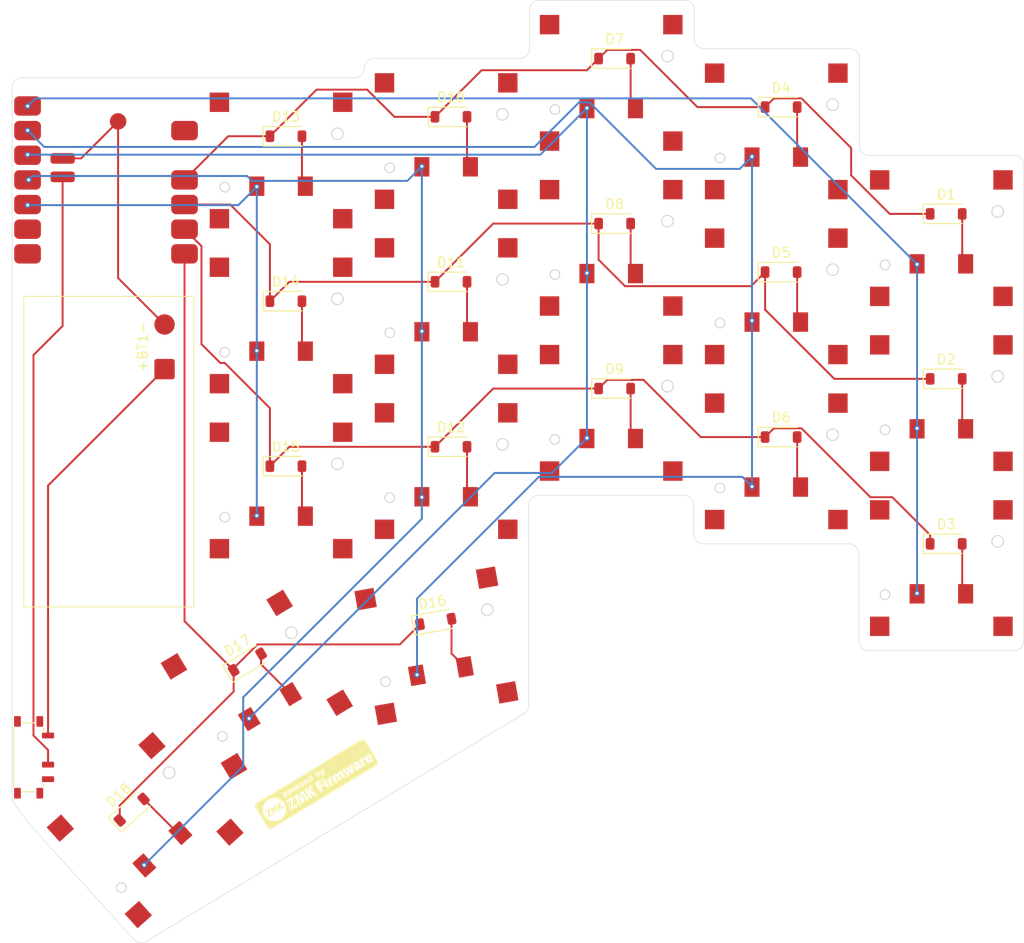
<source format=kicad_pcb>
(kicad_pcb (version 20240108) (generator "pcbnew") (generator_version "8.0")
  (layers (0 "F.Cu" signal) (31 "B.Cu" signal) (34 "B.Paste" user) (35 "F.Paste" user) (36 "B.SilkS" user "B.Silkscreen") (37 "F.SilkS" user "F.Silkscreen") (38 "B.Mask" user) (39 "F.Mask" user) (44 "Edge.Cuts" user))
  (net 0 "")
  (net 4 "Net-(BT1--)")
  (net 5 "Net-(BT1-+)")
  (net 6 "Net-(U2-BAT)")
  (net 7 "Net-(D1-A)")
  (net 8 "Net-(U2-P0.02_A0_D0)")
  (net 9 "Net-(D6-A)")
  (net 10 "Net-(D11-A)")
  (net 11 "Net-(U2-P0.03_A1_D1)")
  (net 12 "Net-(D2-A)")
  (net 13 "Net-(D7-A)")
  (net 14 "Net-(D12-A)")
  (net 15 "Net-(U2-P0.28_A2_D2)")
  (net 16 "Net-(D3-A)")
  (net 17 "Net-(D8-A)")
  (net 18 "Net-(D13-A)")
  (net 19 "Net-(U2-P0.29_A3_D3)")
  (net 20 "Net-(D4-A)")
  (net 21 "Net-(D9-A)")
  (net 22 "Net-(D14-A)")
  (net 23 "Net-(D5-A)")
  (net 24 "Net-(U2-P0.04_A4_D4_SDA)")
  (net 25 "Net-(D10-A)")
  (net 26 "Net-(D15-A)")
  (net 27 "Net-(D16-A)")
  (net 28 "Net-(D17-A)")
  (net 29 "Net-(D18-A)")
  (net 30 "Net-(D11-K)")
  (net 31 "Net-(D1-K)")
  (net 32 "Net-(D12-K)")
  (net 33 "Net-(D16-K)")
  (footprint "Diode_SMD:D_SOD-123" (layer "F.Cu") (at -67.5 6.5)
    (property "Reference" "D14" (at 0 -2 0) (layer "F.SilkS"))
    (property "Value" "1N4148W")
    (pad "1" smd roundrect (at -1.65 0) (size 0.9 1.2) (layers "F.Cu" "F.Paste" "F.Mask") (net 30 "Net-(D11-K)"))
    (pad "2" smd roundrect (at 1.65 0) (size 0.9 1.2) (layers "F.Cu" "F.Paste" "F.Mask") (net 22 "Net-(D14-A)"))
  )
  (footprint "Diode_SMD:D_SOD-123" (layer "F.Cu") (at -50.5 21.5)
    (property "Reference" "D12" (at 0 -2 0) (layer "F.SilkS"))
    (property "Value" "1N4148W")
    (pad "1" smd roundrect (at -1.65 0) (size 0.9 1.2) (layers "F.Cu" "F.Paste" "F.Mask") (net 32 "Net-(D12-K)"))
    (pad "2" smd roundrect (at 1.65 0) (size 0.9 1.2) (layers "F.Cu" "F.Paste" "F.Mask") (net 14 "Net-(D12-A)"))
  )
  (footprint "Diode_SMD:D_SOD-123" (layer "F.Cu") (at -67.5 -10.5)
    (property "Reference" "D13" (at 0 -2 0) (layer "F.SilkS"))
    (property "Value" "1N4148W")
    (pad "1" smd roundrect (at -1.65 0) (size 0.9 1.2) (layers "F.Cu" "F.Paste" "F.Mask") (net 31 "Net-(D1-K)"))
    (pad "2" smd roundrect (at 1.65 0) (size 0.9 1.2) (layers "F.Cu" "F.Paste" "F.Mask") (net 18 "Net-(D13-A)"))
  )
  (footprint "Diode_SMD:D_SOD-123" (layer "F.Cu") (at -16.5 -13.5)
    (property "Reference" "D4" (at 0 -2 0) (layer "F.SilkS"))
    (property "Value" "1N4148W")
    (pad "1" smd roundrect (at -1.65 0) (size 0.9 1.2) (layers "F.Cu" "F.Paste" "F.Mask") (net 31 "Net-(D1-K)"))
    (pad "2" smd roundrect (at 1.65 0) (size 0.9 1.2) (layers "F.Cu" "F.Paste" "F.Mask") (net 20 "Net-(D4-A)"))
  )
  (footprint "Diode_SMD:D_SOD-123" (layer "F.Cu") (at -71.470021 43.680974 31)
    (property "Reference" "D17" (at -0.000001 -2.000001 31) (layer "F.SilkS"))
    (property "Value" "1N4148W")
    (pad "1" smd roundrect (at -1.65 0 31) (size 0.9 1.2) (layers "F.Cu" "F.Paste" "F.Mask") (net 33 "Net-(D16-K)"))
    (pad "2" smd roundrect (at 1.65 0 31) (size 0.9 1.2) (layers "F.Cu" "F.Paste" "F.Mask") (net 28 "Net-(D17-A)"))
  )
  (footprint "mikefive:CPG1316S01D02_mikeholscher" (layer "F.Cu") (at -70.5 46 31)
    (property "Reference" "S17" (hide yes))
    (property "Value" "Keyswitch" (hide yes))
    (fp_circle (center -5.8 2.75) (end -5.3 2.75) (stroke (width 0.1)) (fill none) (layer "Edge.Cuts"))
    (fp_circle (center 5.8 -2.75) (end 6.4 -2.75) (stroke (width 0.1)) (fill none) (layer "Edge.Cuts"))
    (pad "1" smd rect (at -2.5 2.650001 31) (size 1.55 2) (layers "F.Cu" "F.Paste" "F.Mask") (net 15 "Net-(U2-P0.28_A2_D2)"))
    (pad "2" smd rect (at 2.5 2.65 31) (size 1.55 2) (layers "F.Cu" "F.Paste" "F.Mask") (net 28 "Net-(D17-A)"))
    (pad "3" smd rect (at -6.35 -6 31) (size 2 2) (layers "F.Cu" "F.Paste" "F.Mask"))
    (pad "3" smd rect (at -6.35 6 31) (size 2 2) (layers "F.Cu" "F.Paste" "F.Mask"))
    (pad "3" smd rect (at 6.35 -6 31) (size 2 2) (layers "F.Cu" "F.Paste" "F.Mask"))
    (pad "3" smd rect (at 6.35 6 31) (size 2 2) (layers "F.Cu" "F.Paste" "F.Mask"))
  )
  (footprint "ScottoKeebs_Scotto:Standoff_M2x6mm" (layer "F.Cu") (at -79.5 35.5)
    (property "Reference" "H1" (hide yes))
    (property "Value" "Mounting_Hole" (hide yes))
    (pad "" np_thru_hole circle (at 0 0) (size 2.2 2.2) (drill 2.2) (layers "*.Cu" "*.Mask"))
  )
  (footprint "Diode_SMD:D_SOD-123" (layer "F.Cu") (at -50.5 4.5)
    (property "Reference" "D11" (at 0 -2 0) (layer "F.SilkS"))
    (property "Value" "1N4148W")
    (pad "1" smd roundrect (at -1.65 0) (size 0.9 1.2) (layers "F.Cu" "F.Paste" "F.Mask") (net 30 "Net-(D11-K)"))
    (pad "2" smd roundrect (at 1.65 0) (size 0.9 1.2) (layers "F.Cu" "F.Paste" "F.Mask") (net 10 "Net-(D11-A)"))
  )
  (footprint "Diode_SMD:D_SOD-123" (layer "F.Cu") (at -16.5 3.5)
    (property "Reference" "D5" (at 0 -2 0) (layer "F.SilkS"))
    (property "Value" "1N4148W")
    (pad "1" smd roundrect (at -1.65 0) (size 0.9 1.2) (layers "F.Cu" "F.Paste" "F.Mask") (net 30 "Net-(D11-K)"))
    (pad "2" smd roundrect (at 1.65 0) (size 0.9 1.2) (layers "F.Cu" "F.Paste" "F.Mask") (net 23 "Net-(D5-A)"))
  )
  (footprint "mikefive:CPG1316S01D02_mikeholscher" (layer "F.Cu") (at -34 1)
    (property "Reference" "S8" (hide yes))
    (property "Value" "Keyswitch" (hide yes))
    (fp_circle (center -5.8 2.75) (end -5.3 2.75) (stroke (width 0.1)) (fill none) (layer "Edge.Cuts"))
    (fp_circle (center 5.8 -2.75) (end 6.4 -2.75) (stroke (width 0.1)) (fill none) (layer "Edge.Cuts"))
    (pad "1" smd rect (at -2.5 2.65) (size 1.55 2) (layers "F.Cu" "F.Paste" "F.Mask") (net 15 "Net-(U2-P0.28_A2_D2)"))
    (pad "2" smd rect (at 2.5 2.65) (size 1.55 2) (layers "F.Cu" "F.Paste" "F.Mask") (net 17 "Net-(D8-A)"))
    (pad "3" smd rect (at -6.35 -6) (size 2 2) (layers "F.Cu" "F.Paste" "F.Mask"))
    (pad "3" smd rect (at -6.35 6) (size 2 2) (layers "F.Cu" "F.Paste" "F.Mask"))
    (pad "3" smd rect (at 6.35 -6) (size 2 2) (layers "F.Cu" "F.Paste" "F.Mask"))
    (pad "3" smd rect (at 6.35 6) (size 2 2) (layers "F.Cu" "F.Paste" "F.Mask"))
  )
  (footprint "mikefive:CPG1316S01D02_mikeholscher" (layer "F.Cu") (at -17 -11)
    (property "Reference" "S4" (hide yes))
    (property "Value" "Keyswitch" (hide yes))
    (fp_circle (center -5.8 2.75) (end -5.3 2.75) (stroke (width 0.1)) (fill none) (layer "Edge.Cuts"))
    (fp_circle (center 5.8 -2.75) (end 6.4 -2.75) (stroke (width 0.1)) (fill none) (layer "Edge.Cuts"))
    (pad "1" smd rect (at -2.5 2.65) (size 1.55 2) (layers "F.Cu" "F.Paste" "F.Mask") (net 11 "Net-(U2-P0.03_A1_D1)"))
    (pad "2" smd rect (at 2.5 2.65) (size 1.55 2) (layers "F.Cu" "F.Paste" "F.Mask") (net 20 "Net-(D4-A)"))
    (pad "3" smd rect (at -6.35 -6) (size 2 2) (layers "F.Cu" "F.Paste" "F.Mask"))
    (pad "3" smd rect (at -6.35 6) (size 2 2) (layers "F.Cu" "F.Paste" "F.Mask"))
    (pad "3" smd rect (at 6.35 -6) (size 2 2) (layers "F.Cu" "F.Paste" "F.Mask"))
    (pad "3" smd rect (at 6.35 6) (size 2 2) (layers "F.Cu" "F.Paste" "F.Mask"))
  )
  (footprint "mikefive:CPG1316S01D02_mikeholscher" (layer "F.Cu") (at -68 9)
    (property "Reference" "S14" (hide yes))
    (property "Value" "Keyswitch" (hide yes))
    (fp_circle (center -5.8 2.75) (end -5.3 2.75) (stroke (width 0.1)) (fill none) (layer "Edge.Cuts"))
    (fp_circle (center 5.8 -2.75) (end 6.4 -2.75) (stroke (width 0.1)) (fill none) (layer "Edge.Cuts"))
    (pad "1" smd rect (at -2.5 2.65) (size 1.55 2) (layers "F.Cu" "F.Paste" "F.Mask") (net 24 "Net-(U2-P0.04_A4_D4_SDA)"))
    (pad "2" smd rect (at 2.5 2.65) (size 1.55 2) (layers "F.Cu" "F.Paste" "F.Mask") (net 22 "Net-(D14-A)"))
    (pad "3" smd rect (at -6.35 -6) (size 2 2) (layers "F.Cu" "F.Paste" "F.Mask"))
    (pad "3" smd rect (at -6.35 6) (size 2 2) (layers "F.Cu" "F.Paste" "F.Mask"))
    (pad "3" smd rect (at 6.35 -6) (size 2 2) (layers "F.Cu" "F.Paste" "F.Mask"))
    (pad "3" smd rect (at 6.35 6) (size 2 2) (layers "F.Cu" "F.Paste" "F.Mask"))
  )
  (footprint "ScottoKeebs_Scotto:Standoff_M2x6mm" (layer "F.Cu") (at -92 8.5)
    (property "Reference" "H2" (hide yes))
    (property "Value" "Mounting_Hole" (hide yes))
    (pad "" np_thru_hole circle (at 0 0) (size 2.2 2.2) (drill 2.2) (layers "*.Cu" "*.Mask"))
  )
  (footprint "mikefive:CPG1316S01D02_mikeholscher" (layer "F.Cu") (at -68 26)
    (property "Reference" "S15" (hide yes))
    (property "Value" "Keyswitch" (hide yes))
    (fp_circle (center -5.8 2.75) (end -5.3 2.75) (stroke (width 0.1)) (fill none) (layer "Edge.Cuts"))
    (fp_circle (center 5.8 -2.75) (end 6.4 -2.75) (stroke (width 0.1)) (fill none) (layer "Edge.Cuts"))
    (pad "1" smd rect (at -2.5 2.65) (size 1.55 2) (layers "F.Cu" "F.Paste" "F.Mask") (net 24 "Net-(U2-P0.04_A4_D4_SDA)"))
    (pad "2" smd rect (at 2.5 2.65) (size 1.55 2) (layers "F.Cu" "F.Paste" "F.Mask") (net 26 "Net-(D15-A)"))
    (pad "3" smd rect (at -6.35 -6) (size 2 2) (layers "F.Cu" "F.Paste" "F.Mask"))
    (pad "3" smd rect (at -6.35 6) (size 2 2) (layers "F.Cu" "F.Paste" "F.Mask"))
    (pad "3" smd rect (at 6.35 -6) (size 2 2) (layers "F.Cu" "F.Paste" "F.Mask"))
    (pad "3" smd rect (at 6.35 6) (size 2 2) (layers "F.Cu" "F.Paste" "F.Mask"))
  )
  (footprint "mikefive:CPG1316S01D02_mikeholscher" (layer "F.Cu") (at 0 34)
    (property "Reference" "S3" (hide yes))
    (property "Value" "Keyswitch" (hide yes))
    (fp_circle (center -5.8 2.75) (end -5.3 2.75) (stroke (width 0.1)) (fill none) (layer "Edge.Cuts"))
    (fp_circle (center 5.8 -2.75) (end 6.4 -2.75) (stroke (width 0.1)) (fill none) (layer "Edge.Cuts"))
    (pad "1" smd rect (at -2.5 2.65) (size 1.55 2) (layers "F.Cu" "F.Paste" "F.Mask") (net 8 "Net-(U2-P0.02_A0_D0)"))
    (pad "2" smd rect (at 2.5 2.65) (size 1.55 2) (layers "F.Cu" "F.Paste" "F.Mask") (net 16 "Net-(D3-A)"))
    (pad "3" smd rect (at -6.35 -6) (size 2 2) (layers "F.Cu" "F.Paste" "F.Mask"))
    (pad "3" smd rect (at -6.35 6) (size 2 2) (layers "F.Cu" "F.Paste" "F.Mask"))
    (pad "3" smd rect (at 6.35 -6) (size 2 2) (layers "F.Cu" "F.Paste" "F.Mask"))
    (pad "3" smd rect (at 6.35 6) (size 2 2) (layers "F.Cu" "F.Paste" "F.Mask"))
  )
  (footprint "mikefive:CPG1316S01D02_mikeholscher" (layer "F.Cu") (at -34 18)
    (property "Reference" "S9" (hide yes))
    (property "Value" "Keyswitch" (hide yes))
    (fp_circle (center -5.8 2.75) (end -5.3 2.75) (stroke (width 0.1)) (fill none) (layer "Edge.Cuts"))
    (fp_circle (center 5.8 -2.75) (end 6.4 -2.75) (stroke (width 0.1)) (fill none) (layer "Edge.Cuts"))
    (pad "1" smd rect (at -2.5 2.65) (size 1.55 2) (layers "F.Cu" "F.Paste" "F.Mask") (net 15 "Net-(U2-P0.28_A2_D2)"))
    (pad "2" smd rect (at 2.5 2.65) (size 1.55 2) (layers "F.Cu" "F.Paste" "F.Mask") (net 21 "Net-(D9-A)"))
    (pad "3" smd rect (at -6.35 -6) (size 2 2) (layers "F.Cu" "F.Paste" "F.Mask"))
    (pad "3" smd rect (at -6.35 6) (size 2 2) (layers "F.Cu" "F.Paste" "F.Mask"))
    (pad "3" smd rect (at 6.35 -6) (size 2 2) (layers "F.Cu" "F.Paste" "F.Mask"))
    (pad "3" smd rect (at 6.35 6) (size 2 2) (layers "F.Cu" "F.Paste" "F.Mask"))
  )
  (footprint "mikefive:CPG1316S01D02_mikeholscher" (layer "F.Cu") (at -82 61 42)
    (property "Reference" "S18" (hide yes))
    (property "Value" "Keyswitch" (hide yes))
    (fp_circle (center -5.8 2.75) (end -5.299999 2.75) (stroke (width 0.1)) (fill none) (layer "Edge.Cuts"))
    (fp_circle (center 5.8 -2.75) (end 6.4 -2.75) (stroke (width 0.1)) (fill none) (layer "Edge.Cuts"))
    (pad "1" smd rect (at -2.5 2.65 42) (size 1.55 2) (layers "F.Cu" "F.Paste" "F.Mask") (net 19 "Net-(U2-P0.29_A3_D3)"))
    (pad "2" smd rect (at 2.5 2.65 42) (size 1.55 2) (layers "F.Cu" "F.Paste" "F.Mask") (net 29 "Net-(D18-A)"))
    (pad "3" smd rect (at -6.35 -6 42) (size 2 2) (layers "F.Cu" "F.Paste" "F.Mask"))
    (pad "3" smd rect (at -6.35 6 42) (size 2 2) (layers "F.Cu" "F.Paste" "F.Mask"))
    (pad "3" smd rect (at 6.35 -6 42) (size 2 2) (layers "F.Cu" "F.Paste" "F.Mask"))
    (pad "3" smd rect (at 6.35 6 42) (size 2 2) (layers "F.Cu" "F.Paste" "F.Mask"))
  )
  (footprint "mikefive:CPG1316S01D02_mikeholscher" (layer "F.Cu") (at -51 24)
    (property "Reference" "S12" (hide yes))
    (property "Value" "Keyswitch" (hide yes))
    (fp_circle (center -5.8 2.75) (end -5.3 2.75) (stroke (width 0.1)) (fill none) (layer "Edge.Cuts"))
    (fp_circle (center 5.8 -2.75) (end 6.4 -2.75) (stroke (width 0.1)) (fill none) (layer "Edge.Cuts"))
    (pad "1" smd rect (at -2.5 2.65) (size 1.55 2) (layers "F.Cu" "F.Paste" "F.Mask") (net 19 "Net-(U2-P0.29_A3_D3)"))
    (pad "2" smd rect (at 2.5 2.65) (size 1.55 2) (layers "F.Cu" "F.Paste" "F.Mask") (net 14 "Net-(D12-A)"))
    (pad "3" smd rect (at -6.35 -6) (size 2 2) (layers "F.Cu" "F.Paste" "F.Mask"))
    (pad "3" smd rect (at -6.35 6) (size 2 2) (layers "F.Cu" "F.Paste" "F.Mask"))
    (pad "3" smd rect (at 6.35 -6) (size 2 2) (layers "F.Cu" "F.Paste" "F.Mask"))
    (pad "3" smd rect (at 6.35 6) (size 2 2) (layers "F.Cu" "F.Paste" "F.Mask"))
  )
  (footprint "Diode_SMD:D_SOD-123" (layer "F.Cu") (at -16.5 20.5)
    (property "Reference" "D6" (at 0 -2 0) (layer "F.SilkS"))
    (property "Value" "1N4148W")
    (pad "1" smd roundrect (at -1.65 0) (size 0.9 1.2) (layers "F.Cu" "F.Paste" "F.Mask") (net 32 "Net-(D12-K)"))
    (pad "2" smd roundrect (at 1.65 0) (size 0.9 1.2) (layers "F.Cu" "F.Paste" "F.Mask") (net 9 "Net-(D6-A)"))
  )
  (footprint "Diode_SMD:D_SOD-123" (layer "F.Cu") (at -33.65 -18.5)
    (property "Reference" "D7" (at 0 -2 0) (layer "F.SilkS"))
    (property "Value" "1N4148W")
    (pad "1" smd roundrect (at -1.65 0) (size 0.9 1.2) (layers "F.Cu" "F.Paste" "F.Mask") (net 31 "Net-(D1-K)"))
    (pad "2" smd roundrect (at 1.65 0) (size 0.9 1.2) (layers "F.Cu" "F.Paste" "F.Mask") (net 13 "Net-(D7-A)"))
  )
  (footprint "mikefive:CPG1316S01D02_mikeholscher" (layer "F.Cu") (at -68 -8)
    (property "Reference" "S13" (hide yes))
    (property "Value" "Keyswitch" (hide yes))
    (fp_circle (center -5.8 2.75) (end -5.3 2.75) (stroke (width 0.1)) (fill none) (layer "Edge.Cuts"))
    (fp_circle (center 5.8 -2.75) (end 6.4 -2.75) (stroke (width 0.1)) (fill none) (layer "Edge.Cuts"))
    (pad "1" smd rect (at -2.5 2.65) (size 1.55 2) (layers "F.Cu" "F.Paste" "F.Mask") (net 24 "Net-(U2-P0.04_A4_D4_SDA)"))
    (pad "2" smd rect (at 2.5 2.65) (size 1.55 2) (layers "F.Cu" "F.Paste" "F.Mask") (net 18 "Net-(D13-A)"))
    (pad "3" smd rect (at -6.35 -6) (size 2 2) (layers "F.Cu" "F.Paste" "F.Mask"))
    (pad "3" smd rect (at -6.35 6) (size 2 2) (layers "F.Cu" "F.Paste" "F.Mask"))
    (pad "3" smd rect (at 6.35 -6) (size 2 2) (layers "F.Cu" "F.Paste" "F.Mask"))
    (pad "3" smd rect (at 6.35 6) (size 2 2) (layers "F.Cu" "F.Paste" "F.Mask"))
  )
  (footprint "mikefive:CPG1316S01D02_mikeholscher" (layer "F.Cu") (at 0 0)
    (property "Reference" "S1" (hide yes))
    (property "Value" "Keyswitch" (hide yes))
    (fp_circle (center -5.8 2.75) (end -5.3 2.75) (stroke (width 0.1)) (fill none) (layer "Edge.Cuts"))
    (fp_circle (center 5.8 -2.75) (end 6.4 -2.75) (stroke (width 0.1)) (fill none) (layer "Edge.Cuts"))
    (pad "1" smd rect (at -2.5 2.65) (size 1.55 2) (layers "F.Cu" "F.Paste" "F.Mask") (net 8 "Net-(U2-P0.02_A0_D0)"))
    (pad "2" smd rect (at 2.5 2.65) (size 1.55 2) (layers "F.Cu" "F.Paste" "F.Mask") (net 7 "Net-(D1-A)"))
    (pad "3" smd rect (at -6.35 -6) (size 2 2) (layers "F.Cu" "F.Paste" "F.Mask"))
    (pad "3" smd rect (at -6.35 6) (size 2 2) (layers "F.Cu" "F.Paste" "F.Mask"))
    (pad "3" smd rect (at 6.35 -6) (size 2 2) (layers "F.Cu" "F.Paste" "F.Mask"))
    (pad "3" smd rect (at 6.35 6) (size 2 2) (layers "F.Cu" "F.Paste" "F.Mask"))
  )
  (footprint "Diode_SMD:D_SOD-123" (layer "F.Cu") (at -33.65 -1.5)
    (property "Reference" "D8" (at 0 -2 0) (layer "F.SilkS"))
    (property "Value" "1N4148W")
    (pad "1" smd roundrect (at -1.65 0) (size 0.9 1.2) (layers "F.Cu" "F.Paste" "F.Mask") (net 30 "Net-(D11-K)"))
    (pad "2" smd roundrect (at 1.65 0) (size 0.9 1.2) (layers "F.Cu" "F.Paste" "F.Mask") (net 17 "Net-(D8-A)"))
  )
  (footprint "Diode_SMD:D_SOD-123" (layer "F.Cu") (at -50.5 -12.5)
    (property "Reference" "D10" (at 0 -2 0) (layer "F.SilkS"))
    (property "Value" "1N4148W")
    (pad "1" smd roundrect (at -1.65 0) (size 0.9 1.2) (layers "F.Cu" "F.Paste" "F.Mask") (net 31 "Net-(D1-K)"))
    (pad "2" smd roundrect (at 1.65 0) (size 0.9 1.2) (layers "F.Cu" "F.Paste" "F.Mask") (net 25 "Net-(D10-A)"))
  )
  (footprint "mikefive:CPG1316S01D02_mikeholscher" (layer "F.Cu") (at -17 6)
    (property "Reference" "S5" (hide yes))
    (property "Value" "Keyswitch" (hide yes))
    (fp_circle (center -5.8 2.75) (end -5.3 2.75) (stroke (width 0.1)) (fill none) (layer "Edge.Cuts"))
    (fp_circle (center 5.8 -2.75) (end 6.4 -2.75) (stroke (width 0.1)) (fill none) (layer "Edge.Cuts"))
    (pad "1" smd rect (at -2.5 2.65) (size 1.55 2) (layers "F.Cu" "F.Paste" "F.Mask") (net 11 "Net-(U2-P0.03_A1_D1)"))
    (pad "2" smd rect (at 2.5 2.65) (size 1.55 2) (layers "F.Cu" "F.Paste" "F.Mask") (net 23 "Net-(D5-A)"))
    (pad "3" smd rect (at -6.35 -6) (size 2 2) (layers "F.Cu" "F.Paste" "F.Mask"))
    (pad "3" smd rect (at -6.35 6) (size 2 2) (layers "F.Cu" "F.Paste" "F.Mask"))
    (pad "3" smd rect (at 6.35 -6) (size 2 2) (layers "F.Cu" "F.Paste" "F.Mask"))
    (pad "3" smd rect (at 6.35 6) (size 2 2) (layers "F.Cu" "F.Paste" "F.Mask"))
  )
  (footprint "mikefive:CPG1316S01D02_mikeholscher" (layer "F.Cu") (at -17 23)
    (property "Reference" "S6" (hide yes))
    (property "Value" "Keyswitch" (hide yes))
    (fp_circle (center -5.8 2.75) (end -5.3 2.75) (stroke (width 0.1)) (fill none) (layer "Edge.Cuts"))
    (fp_circle (center 5.8 -2.75) (end 6.4 -2.75) (stroke (width 0.1)) (fill none) (layer "Edge.Cuts"))
    (pad "1" smd rect (at -2.5 2.65) (size 1.55 2) (layers "F.Cu" "F.Paste" "F.Mask") (net 11 "Net-(U2-P0.03_A1_D1)"))
    (pad "2" smd rect (at 2.5 2.65) (size 1.55 2) (layers "F.Cu" "F.Paste" "F.Mask") (net 9 "Net-(D6-A)"))
    (pad "3" smd rect (at -6.35 -6) (size 2 2) (layers "F.Cu" "F.Paste" "F.Mask"))
    (pad "3" smd rect (at -6.35 6) (size 2 2) (layers "F.Cu" "F.Paste" "F.Mask"))
    (pad "3" smd rect (at 6.35 -6) (size 2 2) (layers "F.Cu" "F.Paste" "F.Mask"))
    (pad "3" smd rect (at 6.35 6) (size 2 2) (layers "F.Cu" "F.Paste" "F.Mask"))
  )
  (footprint "mikefive:CPG1316S01D02_mikeholscher" (layer "F.Cu") (at -51 -10)
    (property "Reference" "S10" (hide yes))
    (property "Value" "Keyswitch" (hide yes))
    (fp_circle (center -5.8 2.75) (end -5.3 2.75) (stroke (width 0.1)) (fill none) (layer "Edge.Cuts"))
    (fp_circle (center 5.8 -2.75) (end 6.4 -2.75) (stroke (width 0.1)) (fill none) (layer "Edge.Cuts"))
    (pad "1" smd rect (at -2.5 2.65) (size 1.55 2) (layers "F.Cu" "F.Paste" "F.Mask") (net 19 "Net-(U2-P0.29_A3_D3)"))
    (pad "2" smd rect (at 2.5 2.65) (size 1.55 2) (layers "F.Cu" "F.Paste" "F.Mask") (net 25 "Net-(D10-A)"))
    (pad "3" smd rect (at -6.35 -6) (size 2 2) (layers "F.Cu" "F.Paste" "F.Mask"))
    (pad "3" smd rect (at -6.35 6) (size 2 2) (layers "F.Cu" "F.Paste" "F.Mask"))
    (pad "3" smd rect (at 6.35 -6) (size 2 2) (layers "F.Cu" "F.Paste" "F.Mask"))
    (pad "3" smd rect (at 6.35 6) (size 2 2) (layers "F.Cu" "F.Paste" "F.Mask"))
  )
  (footprint "ScottoKeebs_Components:Switch_MSK12C02" (layer "F.Cu") (at -94 53.5 90)
    (property "Reference" "SW1" (hide yes))
    (property "Value" "Switch")
    (pad "" np_thru_hole circle (at -1.5 0 270) (size 0.85 0.85) (drill 0.85) (layers "F&B.Cu" "*.Mask"))
    (pad "" np_thru_hole circle (at 1.5 0 270) (size 0.85 0.85) (drill 0.85) (layers "F&B.Cu" "*.Mask"))
    (pad "1" smd roundrect (at 2.25 2 270) (size 0.6 1.25) (layers "F.Cu" "F.Paste" "F.Mask") (roundrect_rratio 0.15) (net 5 "Net-(BT1-+)"))
    (pad "2" smd roundrect (at -0.75 2 270) (size 0.6 1.25) (layers "F.Cu" "F.Paste" "F.Mask") (roundrect_rratio 0.15) (net 6 "Net-(U2-BAT)"))
    (pad "3" smd roundrect (at -2.25 2 270) (size 0.6 1.25) (layers "F.Cu" "F.Paste" "F.Mask") (roundrect_rratio 0.15))
    (pad "MP" smd roundrect (at -3.7 -1.15) (size 0.7 1.1) (layers "F.Cu" "F.Paste" "F.Mask") (roundrect_rratio 0.15))
    (pad "MP" smd roundrect (at -3.7 1.15) (size 0.7 1.1) (layers "F.Cu" "F.Paste" "F.Mask") (roundrect_rratio 0.15))
    (pad "MP" smd roundrect (at 3.7 -1.15) (size 0.7 1.1) (layers "F.Cu" "F.Paste" "F.Mask") (roundrect_rratio 0.15))
    (pad "MP" smd roundrect (at 3.7 1.15) (size 0.7 1.1) (layers "F.Cu" "F.Paste" "F.Mask") (roundrect_rratio 0.15))
  )
  (footprint "Diode_SMD:D_SOD-123" (layer "F.Cu") (at -83.389342 58.890243 42)
    (property "Reference" "D18" (at -0.000001 -2 42) (layer "F.SilkS"))
    (property "Value" "1N4148W")
    (pad "1" smd roundrect (at -1.65 0 42) (size 0.9 1.2) (layers "F.Cu" "F.Paste" "F.Mask") (net 33 "Net-(D16-K)"))
    (pad "2" smd roundrect (at 1.65 0 42) (size 0.9 1.2) (layers "F.Cu" "F.Paste" "F.Mask") (net 29 "Net-(D18-A)"))
  )
  (footprint "Diode_SMD:D_SOD-123" (layer "F.Cu") (at 0.5 31.5)
    (property "Reference" "D3" (at 0 -2 0) (layer "F.SilkS"))
    (property "Value" "1N4148W")
    (pad "1" smd roundrect (at -1.65 0) (size 0.9 1.2) (layers "F.Cu" "F.Paste" "F.Mask") (net 32 "Net-(D12-K)"))
    (pad "2" smd roundrect (at 1.65 0) (size 0.9 1.2) (layers "F.Cu" "F.Paste" "F.Mask") (net 16 "Net-(D3-A)"))
  )
  (footprint "Diode_SMD:D_SOD-123" (layer "F.Cu") (at -33.65 15.5)
    (property "Reference" "D9" (at 0 -2 0) (layer "F.SilkS"))
    (property "Value" "1N4148W")
    (pad "1" smd roundrect (at -1.65 0) (size 0.9 1.2) (layers "F.Cu" "F.Paste" "F.Mask") (net 32 "Net-(D12-K)"))
    (pad "2" smd roundrect (at 1.65 0) (size 0.9 1.2) (layers "F.Cu" "F.Paste" "F.Mask") (net 21 "Net-(D9-A)"))
  )
  (footprint "mikefive:CPG1316S01D02_mikeholscher" (layer "F.Cu") (at -34 -16)
    (property "Reference" "S7" (hide yes))
    (property "Value" "Keyswitch" (hide yes))
    (fp_circle (center -5.8 2.75) (end -5.3 2.75) (stroke (width 0.1)) (fill none) (layer "Edge.Cuts"))
    (fp_circle (center 5.8 -2.75) (end 6.4 -2.75) (stroke (width 0.1)) (fill none) (layer "Edge.Cuts"))
    (pad "1" smd rect (at -2.5 2.65) (size 1.55 2) (layers "F.Cu" "F.Paste" "F.Mask") (net 15 "Net-(U2-P0.28_A2_D2)"))
    (pad "2" smd rect (at 2.5 2.65) (size 1.55 2) (layers "F.Cu" "F.Paste" "F.Mask") (net 13 "Net-(D7-A)"))
    (pad "3" smd rect (at -6.35 -6) (size 2 2) (layers "F.Cu" "F.Paste" "F.Mask"))
    (pad "3" smd rect (at -6.35 6) (size 2 2) (layers "F.Cu" "F.Paste" "F.Mask"))
    (pad "3" smd rect (at 6.35 -6) (size 2 2) (layers "F.Cu" "F.Paste" "F.Mask"))
    (pad "3" smd rect (at 6.35 6) (size 2 2) (layers "F.Cu" "F.Paste" "F.Mask"))
  )
  (footprint "Diode_SMD:D_SOD-123" (layer "F.Cu") (at 0.5 -2.5)
    (property "Reference" "D1" (at 0 -2 0) (layer "F.SilkS"))
    (property "Value" "1N4148W")
    (pad "1" smd roundrect (at -1.65 0) (size 0.9 1.2) (layers "F.Cu" "F.Paste" "F.Mask") (net 31 "Net-(D1-K)"))
    (pad "2" smd roundrect (at 1.65 0) (size 0.9 1.2) (layers "F.Cu" "F.Paste" "F.Mask") (net 7 "Net-(D1-A)"))
  )
  (footprint "Diode_SMD:D_SOD-123" (layer "F.Cu") (at 0.5 14.5)
    (property "Reference" "D2" (at 0 -2 0) (layer "F.SilkS"))
    (property "Value" "1N4148W")
    (pad "1" smd roundrect (at -1.65 0) (size 0.9 1.2) (layers "F.Cu" "F.Paste" "F.Mask") (net 30 "Net-(D11-K)"))
    (pad "2" smd roundrect (at 1.65 0) (size 0.9 1.2) (layers "F.Cu" "F.Paste" "F.Mask") (net 12 "Net-(D2-A)"))
  )
  (footprint "Project:Powered_By_ZMK" (layer "F.Cu") (at -59.5 51.5 31.2)
    (property "Reference" "svg2mod" (hide yes))
    (property "Value" "G***" (hide yes))
  )
  (footprint "Diode_SMD:D_SOD-123" (layer "F.Cu") (at -52.071911 39.51011 10)
    (property "Reference" "D16" (at -0.000002 -2.000001 10) (layer "F.SilkS"))
    (property "Value" "1N4148W")
    (pad "1" smd roundrect (at -1.65 -0.000001 10) (size 0.9 1.2) (layers "F.Cu" "F.Paste" "F.Mask") (net 33 "Net-(D16-K)"))
    (pad "2" smd roundrect (at 1.65 0.000001 10) (size 0.9 1.2) (layers "F.Cu" "F.Paste" "F.Mask") (net 27 "Net-(D16-A)"))
  )
  (footprint "Seeed XIAO:XIAO-nRF52840-SMD" (layer "F.Cu") (at -86 -6)
    (property "Reference" "U2" (hide yes))
    (property "Value" "XIAO-nRF52840-SMD")
    (pad "1" smd roundrect (at -8.11 -7.62) (size 2.75 2) (layers "F.Cu" "F.Paste" "F.Mask") (net 8 "Net-(U2-P0.02_A0_D0)"))
    (pad "2" smd roundrect (at -8.11 -5.08) (size 2.75 2) (layers "F.Cu" "F.Paste" "F.Mask") (net 11 "Net-(U2-P0.03_A1_D1)"))
    (pad "3" smd roundrect (at -8.11 -2.54) (size 2.75 2) (layers "F.Cu" "F.Paste" "F.Mask") (net 15 "Net-(U2-P0.28_A2_D2)"))
    (pad "4" smd roundrect (at -8.11 0) (size 2.75 2) (layers "F.Cu" "F.Paste" "F.Mask") (net 19 "Net-(U2-P0.29_A3_D3)"))
    (pad "5" smd roundrect (at -8.11 2.54) (size 2.75 2) (layers "F.Cu" "F.Paste" "F.Mask") (net 24 "Net-(U2-P0.04_A4_D4_SDA)"))
    (pad "6" smd roundrect (at -8.11 5.08) (size 2.75 2) (layers "F.Cu" "F.Paste" "F.Mask"))
    (pad "7" smd roundrect (at -8.11 7.62) (size 2.75 2) (layers "F.Cu" "F.Paste" "F.Mask"))
    (pad "8" smd roundrect (at 8.055 7.62) (size 2.75 2) (layers "F.Cu" "F.Paste" "F.Mask") (net 33 "Net-(D16-K)"))
    (pad "9" smd roundrect (at 8.055 5.08) (size 2.75 2) (layers "F.Cu" "F.Paste" "F.Mask") (net 32 "Net-(D12-K)"))
    (pad "10" smd roundrect (at 8.055 2.54) (size 2.75 2) (layers "F.Cu" "F.Paste" "F.Mask") (net 30 "Net-(D11-K)"))
    (pad "11" smd roundrect (at 8.055 0) (size 2.75 2) (layers "F.Cu" "F.Paste" "F.Mask") (net 31 "Net-(D1-K)"))
    (pad "13" smd roundrect (at 8.055 -5.08) (size 2.75 2) (layers "F.Cu" "F.Paste" "F.Mask"))
    (pad "15" smd roundrect (at -4.5 -0.3135 180) (size 2.5 1.1) (layers "F.Cu" "F.Paste" "F.Mask") (net 6 "Net-(U2-BAT)"))
    (pad "16" smd roundrect (at -4.5 -2.2185 180) (size 2.5 1.1) (layers "F.Cu" "F.Paste" "F.Mask") (net 4 "Net-(BT1--)"))
    (pad "22" smd circle (at 1.215 -6.0285) (size 1.7 1.7) (layers "F.Cu" "F.Paste" "F.Mask") (net 4 "Net-(BT1--)"))
  )
  (footprint "mikefive:CPG1316S01D02_mikeholscher" (layer "F.Cu") (at 0 17)
    (property "Reference" "S2" (hide yes))
    (property "Value" "Keyswitch" (hide yes))
    (fp_circle (center -5.8 2.75) (end -5.3 2.75) (stroke (width 0.1)) (fill none) (layer "Edge.Cuts"))
    (fp_circle (center 5.8 -2.75) (end 6.4 -2.75) (stroke (width 0.1)) (fill none) (layer "Edge.Cuts"))
    (pad "1" smd rect (at -2.5 2.65) (size 1.55 2) (layers "F.Cu" "F.Paste" "F.Mask") (net 8 "Net-(U2-P0.02_A0_D0)"))
    (pad "2" smd rect (at 2.5 2.65) (size 1.55 2) (layers "F.Cu" "F.Paste" "F.Mask") (net 12 "Net-(D2-A)"))
    (pad "3" smd rect (at -6.35 -6) (size 2 2) (layers "F.Cu" "F.Paste" "F.Mask"))
    (pad "3" smd rect (at -6.35 6) (size 2 2) (layers "F.Cu" "F.Paste" "F.Mask"))
    (pad "3" smd rect (at 6.35 -6) (size 2 2) (layers "F.Cu" "F.Paste" "F.Mask"))
    (pad "3" smd rect (at 6.35 6) (size 2 2) (layers "F.Cu" "F.Paste" "F.Mask"))
  )
  (footprint "Diode_SMD:D_SOD-123" (layer "F.Cu") (at -67.5 23.5)
    (property "Reference" "D15" (at 0 -2 0) (layer "F.SilkS"))
    (property "Value" "1N4148W")
    (pad "1" smd roundrect (at -1.65 0) (size 0.9 1.2) (layers "F.Cu" "F.Paste" "F.Mask") (net 32 "Net-(D12-K)"))
    (pad "2" smd roundrect (at 1.65 0) (size 0.9 1.2) (layers "F.Cu" "F.Paste" "F.Mask") (net 26 "Net-(D15-A)"))
  )
  (footprint "mikefive:CPG1316S01D02_mikeholscher" (layer "F.Cu") (at -51 7)
    (property "Reference" "S11" (hide yes))
    (property "Value" "Keyswitch" (hide yes))
    (fp_circle (center -5.8 2.75) (end -5.3 2.75) (stroke (width 0.1)) (fill none) (layer "Edge.Cuts"))
    (fp_circle (center 5.8 -2.75) (end 6.4 -2.75) (stroke (width 0.1)) (fill none) (layer "Edge.Cuts"))
    (pad "1" smd rect (at -2.5 2.65) (size 1.55 2) (layers "F.Cu" "F.Paste" "F.Mask") (net 19 "Net-(U2-P0.29_A3_D3)"))
    (pad "2" smd rect (at 2.5 2.65) (size 1.55 2) (layers "F.Cu" "F.Paste" "F.Mask") (net 10 "Net-(D11-A)"))
    (pad "3" smd rect (at -6.35 -6) (size 2 2) (layers "F.Cu" "F.Paste" "F.Mask"))
    (pad "3" smd rect (at -6.35 6) (size 2 2) (layers "F.Cu" "F.Paste" "F.Mask"))
    (pad "3" smd rect (at 6.35 -6) (size 2 2) (layers "F.Cu" "F.Paste" "F.Mask"))
    (pad "3" smd rect (at 6.35 6) (size 2 2) (layers "F.Cu" "F.Paste" "F.Mask"))
  )
  (footprint "mikefive:CPG1316S01D02_mikeholscher" (layer "F.Cu") (at -52 42 10)
    (property "Reference" "S16" (hide yes))
    (property "Value" "Keyswitch" (hide yes))
    (fp_circle (center -5.8 2.75) (end -5.3 2.75) (stroke (width 0.1)) (fill none) (layer "Edge.Cuts"))
    (fp_circle (center 5.8 -2.75) (end 6.4 -2.75) (stroke (width 0.1)) (fill none) (layer "Edge.Cuts"))
    (pad "1" smd rect (at -2.5 2.65 10) (size 1.55 2) (layers "F.Cu" "F.Paste" "F.Mask") (net 11 "Net-(U2-P0.03_A1_D1)"))
    (pad "2" smd rect (at 2.5 2.65 10) (size 1.55 2) (layers "F.Cu" "F.Paste" "F.Mask") (net 27 "Net-(D16-A)"))
    (pad "3" smd rect (at -6.35 -6 10) (size 2 2) (layers "F.Cu" "F.Paste" "F.Mask"))
    (pad "3" smd rect (at -6.35 6 10) (size 2 2) (layers "F.Cu" "F.Paste" "F.Mask"))
    (pad "3" smd rect (at 6.35 -6 10) (size 2 2) (layers "F.Cu" "F.Paste" "F.Mask"))
    (pad "3" smd rect (at 6.35 6 10) (size 2 2) (layers "F.Cu" "F.Paste" "F.Mask"))
  )
  (footprint "KiCAD_Wire:SolderWire-0.5sqmm_1x02_P4.6mm_D0.9mm_OD2.1mm" (layer "F.Cu") (at -80 13.5 90)
    (property "Reference" "+BT1-" (at 2.3 -2.25 -90) (layer "F.SilkS"))
    (property "Value" "Battery_Cell")
    (pad "1" smd roundrect (at 0 0 90) (size 2.1 2.1) (layers "F.Cu" "F.Mask") (roundrect_rratio 0.119048) (net 5 "Net-(BT1-+)"))
    (pad "2" smd circle (at 4.6 0 90) (size 2.1 2.1) (layers "F.Cu" "F.Mask") (net 4 "Net-(BT1--)"))
  )
  (gr_rect (start -94.5 6) (end -77 38) (stroke (width 0.1)) (fill none) (layer "F.SilkS"))
  (gr_line (start -25.5 30.5) (end -25.5 27.5) (stroke (width 0.05)) (layer "Edge.Cuts"))
  (gr_arc (start -7.43168 -8.511868) (mid -8.138305 -8.805024) (end -8.430935 -9.511867) (stroke (width 0.05)) (layer "Edge.Cuts"))
  (gr_arc (start -42.430935 -23.512612) (mid -42.138042 -24.219719) (end -41.430935 -24.512612) (stroke (width 0.05)) (layer "Edge.Cuts"))
  (gr_line (start -7.43168 -8.511868) (end 7.500745 -8.500744) (stroke (width 0.05)) (layer "Edge.Cuts"))
  (gr_arc (start 7.500745 -8.500744) (mid 8.20737 -8.207588) (end 8.5 -7.500745) (stroke (width 0.05)) (layer "Edge.Cuts"))
  (gr_arc (start -42.430935 -19.512612) (mid -42.723828 -18.805505) (end -43.430935 -18.512612) (stroke (width 0.05)) (layer "Edge.Cuts"))
  (gr_line (start -94.7 -16.512612) (end -75.930935 -16.512612) (stroke (width 0.05)) (layer "Edge.Cuts"))
  (gr_arc (start -24.5 31.5) (mid -25.207107 31.207107) (end -25.5 30.5) (stroke (width 0.05)) (layer "Edge.Cuts"))
  (gr_line (start -42.5 27.5) (end -42.5 48.135501) (stroke (width 0.05)) (layer "Edge.Cuts"))
  (gr_arc (start -24.430935 -19.512612) (mid -25.138042 -19.805505) (end -25.430935 -20.512612) (stroke (width 0.05)) (layer "Edge.Cuts"))
  (gr_arc (start -26.430935 -24.512612) (mid -25.723828 -24.219719) (end -25.430935 -23.512612) (stroke (width 0.05)) (layer "Edge.Cuts"))
  (gr_arc (start -59.430935 -17.512612) (mid -59.723828 -16.805505) (end -60.430935 -16.512612) (stroke (width 0.05)) (layer "Edge.Cuts"))
  (gr_line (start -26.5 26.5) (end -41.5 26.5) (stroke (width 0.05)) (layer "Edge.Cuts"))
  (gr_arc (start -95.7 -15.512612) (mid -95.407107 -16.219719) (end -94.7 -16.512612) (stroke (width 0.05)) (layer "Edge.Cuts"))
  (gr_line (start -83.152773 72.288526) (end -93.869292 60.433969) (stroke (width 0.05)) (layer "Edge.Cuts"))
  (gr_arc (start -9.430935 -19.512612) (mid -8.723828 -19.219719) (end -8.430935 -18.512612) (stroke (width 0.05)) (layer "Edge.Cuts"))
  (gr_arc (start -93.869292 60.433969) (mid -93.899191 60.399334) (end -93.927475 60.363367) (stroke (width 0.05)) (layer "Edge.Cuts"))
  (gr_line (start -95.7 57.666667) (end -95.7 -15.512612) (stroke (width 0.05)) (layer "Edge.Cuts"))
  (gr_line (start -42.430935 -19.512612) (end -42.430935 -23.512612) (stroke (width 0.05)) (layer "Edge.Cuts"))
  (gr_arc (start -26.5 26.5) (mid -25.792893 26.792893) (end -25.5 27.5) (stroke (width 0.05)) (layer "Edge.Cuts"))
  (gr_arc (start -95.5 58.266667) (mid -95.648683 57.982895) (end -95.7 57.666667) (stroke (width 0.05)) (layer "Edge.Cuts"))
  (gr_line (start -75.930935 -16.512612) (end -60.430935 -16.512612) (stroke (width 0.05)) (layer "Edge.Cuts"))
  (gr_line (start 7.5 42.5) (end -7.5 42.5) (stroke (width 0.05)) (layer "Edge.Cuts"))
  (gr_arc (start -81.894264 72.474094) (mid -82.55683 72.607226) (end -83.152773 72.288526) (stroke (width 0.05)) (layer "Edge.Cuts"))
  (gr_arc (start -7.5 42.5) (mid -8.207107 42.207107) (end -8.5 41.5) (stroke (width 0.05)) (layer "Edge.Cuts"))
  (gr_arc (start -42.5 27.5) (mid -42.207107 26.792893) (end -41.5 26.5) (stroke (width 0.05)) (layer "Edge.Cuts"))
  (gr_line (start -41.430935 -24.512612) (end -26.430935 -24.512612) (stroke (width 0.05)) (layer "Edge.Cuts"))
  (gr_line (start -8.430935 -18.512612) (end -8.430935 -9.511867) (stroke (width 0.05)) (layer "Edge.Cuts"))
  (gr_line (start -93.927475 60.363367) (end -95.5 58.266667) (stroke (width 0.05)) (layer "Edge.Cuts"))
  (gr_line (start -58.430935 -18.512612) (end -43.430935 -18.512612) (stroke (width 0.05)) (layer "Edge.Cuts"))
  (gr_arc (start -9.5 31.5) (mid -8.792893 31.792893) (end -8.5 32.5) (stroke (width 0.05)) (layer "Edge.Cuts"))
  (gr_line (start -24.430935 -19.512612) (end -9.430935 -19.512612) (stroke (width 0.05)) (layer "Edge.Cuts"))
  (gr_line (start -8.5 41.5) (end -8.5 32.5) (stroke (width 0.05)) (layer "Edge.Cuts"))
  (gr_line (start -42.983308 48.991672) (end -81.894264 72.474094) (stroke (width 0.05)) (layer "Edge.Cuts"))
  (gr_line (start -25.430935 -23.512612) (end -25.430935 -20.512612) (stroke (width 0.05)) (layer "Edge.Cuts"))
  (gr_arc (start -59.430935 -17.512612) (mid -59.138042 -18.219719) (end -58.430935 -18.512612) (stroke (width 0.05)) (layer "Edge.Cuts"))
  (gr_arc (start 8.5 41.5) (mid 8.207107 42.207107) (end 7.5 42.5) (stroke (width 0.05)) (layer "Edge.Cuts"))
  (gr_line (start 8.5 -7.500745) (end 8.5 41.5) (stroke (width 0.05)) (layer "Edge.Cuts"))
  (gr_line (start -9.5 31.5) (end -24.5 31.5) (stroke (width 0.05)) (layer "Edge.Cuts"))
  (gr_arc (start -42.5 48.135501) (mid -42.62917 48.627084) (end -42.983308 48.991672) (stroke (width 0.05)) (layer "Edge.Cuts"))
  (segment (start -90.5 -8.2185) (end -88.595 -8.2185) (width 0.2) (layer "F.Cu") (net 4))
  (segment (start -84.785 -12.0285) (end -84.785 4.115) (width 0.2) (layer "F.Cu") (net 4))
  (segment (start -84.785 4.115) (end -80 8.9) (width 0.2) (layer "F.Cu") (net 4))
  (segment (start -88.595 -8.2185) (end -84.785 -12.0285) (width 0.2) (layer "F.Cu") (net 4))
  (segment (start -80 13.5) (end -92 25.5) (width 0.2) (layer "F.Cu") (net 5))
  (segment (start -92 25.5) (end -92 51.25) (width 0.2) (layer "F.Cu") (net 5))
  (segment (start -93.5 51.244998) (end -92 52.744998) (width 0.2) (layer "F.Cu") (net 6))
  (segment (start -93.5 12.05061) (end -93.5 51.244998) (width 0.2) (layer "F.Cu") (net 6))
  (segment (start -90.5 -6.3135) (end -90.5 9.05061) (width 0.2) (layer "F.Cu") (net 6))
  (segment (start -92 52.744998) (end -92 54.25) (width 0.2) (layer "F.Cu") (net 6))
  (segment (start -90.5 9.05061) (end -93.5 12.05061) (width 0.2) (layer "F.Cu") (net 6))
  (segment (start 2.15 -2.5) (end 2.15 2.3) (width 0.2) (layer "F.Cu") (net 7))
  (segment (start 2.15 2.3) (end 2.5 2.65) (width 0.2) (layer "F.Cu") (net 7))
  (segment (start -2.5 2.65) (end -2.5 2.7) (width 0.2) (layer "F.Cu") (net 8))
  (via (at -2.5 2.7) (size 0.6) (drill 0.3) (layers "F.Cu" "B.Cu") (net 8))
  (via (at -94.1 -13.6) (size 0.6) (drill 0.3) (layers "F.Cu" "B.Cu") (net 8))
  (via (at -2.5 19.6) (size 0.6) (drill 0.3) (layers "F.Cu" "B.Cu") (net 8))
  (via (at -2.5 36.6) (size 0.6) (drill 0.3) (layers "F.Cu" "B.Cu") (net 8))
  (segment (start -2.5 2.7) (end -19.6 -14.4) (width 0.2) (layer "B.Cu") (net 8))
  (segment (start -2.5 2.7) (end -2.5 36.6) (width 0.2) (layer "B.Cu") (net 8))
  (segment (start -19.6 -14.4) (end -93.3 -14.4) (width 0.2) (layer "B.Cu") (net 8))
  (segment (start -93.3 -14.4) (end -94.1 -13.6) (width 0.2) (layer "B.Cu") (net 8))
  (segment (start -14.85 20.5) (end -14.85 25.3) (width 0.2) (layer "F.Cu") (net 9))
  (segment (start -14.85 25.3) (end -14.5 25.65) (width 0.2) (layer "F.Cu") (net 9))
  (segment (start -48.85 9.3) (end -48.5 9.65) (width 0.2) (layer "F.Cu") (net 10))
  (segment (start -48.85 4.5) (end -48.85 9.3) (width 0.2) (layer "F.Cu") (net 10))
  (segment (start -54.001852 45.043861) (end -54.001852 45.001852) (width 0.2) (layer "F.Cu") (net 11))
  (segment (start -19.5 -8.35) (end -19.5 -8.4) (width 0.2) (layer "F.Cu") (net 11))
  (segment (start -54.001852 45.001852) (end -54 45) (width 0.2) (layer "F.Cu") (net 11))
  (via (at -19.5 8.5) (size 0.6) (drill 0.3) (layers "F.Cu" "B.Cu") (net 11))
  (via (at -54 45) (size 0.6) (drill 0.3) (layers "F.Cu" "B.Cu") (net 11))
  (via (at -19.5 25.6) (size 0.6) (drill 0.3) (layers "F.Cu" "B.Cu") (net 11))
  (via (at -19.5 -8.4) (size 0.6) (drill 0.3) (layers "F.Cu" "B.Cu") (net 11))
  (via (at -94.1 -11.1) (size 0.6) (drill 0.3) (layers "F.Cu" "B.Cu") (net 11))
  (segment (start -29.387678 -7.136207) (end -36.251471 -14) (width 0.2) (layer "B.Cu") (net 11))
  (segment (start -19.5 -8.4) (end -20.763793 -7.136207) (width 0.2) (layer "B.Cu") (net 11))
  (segment (start -54 45) (end -54 37.151472) (width 0.2) (layer "B.Cu") (net 11))
  (segment (start -19.5 -8.4) (end -19.5 25.6) (width 0.2) (layer "B.Cu") (net 11))
  (segment (start -20.5 24.6) (end -19.5 25.6) (width 0.2) (layer "B.Cu") (net 11))
  (segment (start -36.251471 -14) (end -37.3 -14) (width 0.2) (layer "B.Cu") (net 11))
  (segment (start -54 37.151472) (end -41.448528 24.6) (width 0.2) (layer "B.Cu") (net 11))
  (segment (start -92.4 -9.4) (end -94.1 -11.1) (width 0.2) (layer "B.Cu") (net 11))
  (segment (start -20.763793 -7.136207) (end -29.387678 -7.136207) (width 0.2) (layer "B.Cu") (net 11))
  (segment (start -37.3 -14) (end -41.9 -9.4) (width 0.2) (layer "B.Cu") (net 11))
  (segment (start -41.448528 24.6) (end -20.5 24.6) (width 0.2) (layer "B.Cu") (net 11))
  (segment (start -41.9 -9.4) (end -92.4 -9.4) (width 0.2) (layer "B.Cu") (net 11))
  (segment (start 2.15 19.3) (end 2.5 19.65) (width 0.2) (layer "F.Cu") (net 12))
  (segment (start 2.15 14.5) (end 2.15 19.3) (width 0.2) (layer "F.Cu") (net 12))
  (segment (start -32 -13.85) (end -31.5 -13.35) (width 0.2) (layer "F.Cu") (net 13))
  (segment (start -32 -18.5) (end -32 -13.85) (width 0.2) (layer "F.Cu") (net 13))
  (segment (start -48.85 26.3) (end -48.5 26.65) (width 0.2) (layer "F.Cu") (net 14))
  (segment (start -48.85 21.5) (end -48.85 26.3) (width 0.2) (layer "F.Cu") (net 14))
  (segment (start -36.5 20.65) (end -36.5 20.6) (width 0.2) (layer "F.Cu") (net 15))
  (segment (start -71.278068 49.559089) (end -71.278068 49.521932) (width 0.2) (layer "F.Cu") (net 15))
  (segment (start -71.278068 49.521932) (end -71.3 49.5) (width 0.2) (layer "F.Cu") (net 15))
  (via (at -71.3 49.5) (size 0.6) (drill 0.3) (layers "F.Cu" "B.Cu") (net 15))
  (via (at -36.5 -13.4) (size 0.6) (drill 0.3) (layers "F.Cu" "B.Cu") (net 15))
  (via (at -36.5 20.6) (size 0.6) (drill 0.3) (layers "F.Cu" "B.Cu") (net 15))
  (via (at -94.1 -8.6) (size 0.6) (drill 0.3) (layers "F.Cu" "B.Cu") (net 15))
  (via (at -36.5 3.6) (size 0.6) (drill 0.3) (layers "F.Cu" "B.Cu") (net 15))
  (segment (start -41.3 -8.6) (end -94.1 -8.6) (width 0.2) (layer "B.Cu") (net 15))
  (segment (start -71.3 49.5) (end -46 24.2) (width 0.2) (layer "B.Cu") (net 15))
  (segment (start -40.1 24.2) (end -36.5 20.6) (width 0.2) (layer "B.Cu") (net 15))
  (segment (start -46 24.2) (end -40.1 24.2) (width 0.2) (layer "B.Cu") (net 15))
  (segment (start -36.5 -13.4) (end -41.3 -8.6) (width 0.2) (layer "B.Cu") (net 15))
  (segment (start -36.5 20.6) (end -36.5 -13.4) (width 0.2) (layer "B.Cu") (net 15))
  (segment (start 2.15 36.3) (end 2.5 36.65) (width 0.2) (layer "F.Cu") (net 16))
  (segment (start 2.15 31.5) (end 2.15 36.3) (width 0.2) (layer "F.Cu") (net 16))
  (segment (start -32 -1.5) (end -32 3.15) (width 0.2) (layer "F.Cu") (net 17))
  (segment (start -32 3.15) (end -31.5 3.65) (width 0.2) (layer "F.Cu") (net 17))
  (segment (start -65.85 -10.5) (end -65.85 -5.7) (width 0.2) (layer "F.Cu") (net 18))
  (segment (start -65.85 -5.7) (end -65.5 -5.35) (width 0.2) (layer "F.Cu") (net 18))
  (segment (start -82.084666 64.642161) (end -82.084666 64.615334) (width 0.2) (layer "F.Cu") (net 19))
  (segment (start -53.5 -7.35) (end -53.5 -7.4) (width 0.2) (layer "F.Cu") (net 19))
  (segment (start -82.084666 64.615334) (end -82.1 64.6) (width 0.2) (layer "F.Cu") (net 19))
  (via (at -53.5 9.6) (size 0.6) (drill 0.3) (layers "F.Cu" "B.Cu") (net 19))
  (via (at -53.5 26.7) (size 0.6) (drill 0.3) (layers "F.Cu" "B.Cu") (net 19))
  (via (at -82.1 64.6) (size 0.6) (drill 0.3) (layers "F.Cu" "B.Cu") (net 19))
  (via (at -94 -6) (size 0.6) (drill 0.3) (layers "F.Cu" "B.Cu") (net 19))
  (via (at -53.5 -7.4) (size 0.6) (drill 0.3) (layers "F.Cu" "B.Cu") (net 19))
  (segment (start -71.5 -6.4) (end -93.6 -6.4) (width 0.2) (layer "B.Cu") (net 19))
  (segment (start -71.9 54.4) (end -71.9 47.314934) (width 0.2) (layer "B.Cu") (net 19))
  (segment (start -82.1 64.6) (end -71.9 54.4) (width 0.2) (layer "B.Cu") (net 19))
  (segment (start -53.5 -7.4) (end -53.5 26.7) (width 0.2) (layer "B.Cu") (net 19))
  (segment (start -71.9 47.314934) (end -53.5 28.914934) (width 0.2) (layer "B.Cu") (net 19))
  (segment (start -55 -5.9) (end -71 -5.9) (width 0.2) (layer "B.Cu") (net 19))
  (segment (start -71 -5.9) (end -71.5 -6.4) (width 0.2) (layer "B.Cu") (net 19))
  (segment (start -53.5 -7.4) (end -55 -5.9) (width 0.2) (layer "B.Cu") (net 19))
  (segment (start -53.5 28.914934) (end -53.5 26.7) (width 0.2) (layer "B.Cu") (net 19))
  (segment (start -93.6 -6.4) (end -94 -6) (width 0.2) (layer "B.Cu") (net 19))
  (segment (start -14.85 -8.7) (end -14.5 -8.35) (width 0.2) (layer "F.Cu") (net 20))
  (segment (start -14.85 -13.5) (end -14.85 -8.7) (width 0.2) (layer "F.Cu") (net 20))
  (segment (start -32 15.5) (end -32 20.15) (width 0.2) (layer "F.Cu") (net 21))
  (segment (start -32 20.15) (end -31.5 20.65) (width 0.2) (layer "F.Cu") (net 21))
  (segment (start -65.85 11.3) (end -65.5 11.65) (width 0.2) (layer "F.Cu") (net 22))
  (segment (start -65.85 6.5) (end -65.85 11.3) (width 0.2) (layer "F.Cu") (net 22))
  (segment (start -14.85 8.3) (end -14.5 8.65) (width 0.2) (layer "F.Cu") (net 23))
  (segment (start -14.85 3.5) (end -14.85 8.3) (width 0.2) (layer "F.Cu") (net 23))
  (segment (start -70.5 -5.35) (end -70.5 -5.3) (width 0.2) (layer "F.Cu") (net 24))
  (via (at -94.1 -3.4) (size 0.6) (drill 0.3) (layers "F.Cu" "B.Cu") (net 24))
  (via (at -70.5 28.6) (size 0.6) (drill 0.3) (layers "F.Cu" "B.Cu") (net 24))
  (via (at -70.5 11.6) (size 0.6) (drill 0.3) (layers "F.Cu" "B.Cu") (net 24))
  (via (at -70.5 -5.3) (size 0.6) (drill 0.3) (layers "F.Cu" "B.Cu") (net 24))
  (segment (start -70.5 -5.3) (end -72.4 -3.4) (width 0.2) (layer "B.Cu") (net 24))
  (segment (start -70.5 -5.3) (end -70.5 28.6) (width 0.2) (layer "B.Cu") (net 24))
  (segment (start -72.4 -3.4) (end -94.1 -3.4) (width 0.2) (layer "B.Cu") (net 24))
  (segment (start -48.85 -12.5) (end -48.85 -7.7) (width 0.2) (layer "F.Cu") (net 25))
  (segment (start -48.85 -7.7) (end -48.5 -7.35) (width 0.2) (layer "F.Cu") (net 25))
  (segment (start -65.85 28.3) (end -65.5 28.65) (width 0.2) (layer "F.Cu") (net 26))
  (segment (start -65.85 23.5) (end -65.85 28.3) (width 0.2) (layer "F.Cu") (net 26))
  (segment (start -50.446978 39.22359) (end -50.446978 42.806456) (width 0.2) (layer "F.Cu") (net 27))
  (segment (start -50.446978 42.806456) (end -49.077814 44.17562) (width 0.2) (layer "F.Cu") (net 27))
  (segment (start -70.055695 42.831161) (end -70.055695 43.920436) (width 0.2) (layer "F.Cu") (net 28))
  (segment (start -70.055695 43.920436) (end -66.992232 46.983899) (width 0.2) (layer "F.Cu") (net 28))
  (segment (start -82.163153 57.786178) (end -78.652823 61.296508) (width 0.2) (layer "F.Cu") (net 29))
  (segment (start -78.652823 61.296508) (end -78.368942 61.296508) (width 0.2) (layer "F.Cu") (net 29))
  (segment (start -1.15 14.5) (end -11.025 14.5) (width 0.2) (layer "F.Cu") (net 30))
  (segment (start -18.15 3.5) (end -19.6 4.95) (width 0.2) (layer "F.Cu") (net 30))
  (segment (start -46.15 -1.5) (end -52.15 4.5) (width 0.2) (layer "F.Cu") (net 30))
  (segment (start -32.575 4.95) (end -35.3 2.225) (width 0.2) (layer "F.Cu") (net 30))
  (segment (start -52.15 4.5) (end -67.15 4.5) (width 0.2) (layer "F.Cu") (net 30))
  (segment (start -35.3 2.225) (end -35.3 -1.5) (width 0.2) (layer "F.Cu") (net 30))
  (segment (start -69.15 0.629498) (end -73.239498 -3.46) (width 0.2) (layer "F.Cu") (net 30))
  (segment (start -19.6 4.95) (end -32.575 4.95) (width 0.2) (layer "F.Cu") (net 30))
  (segment (start -35.3 -1.5) (end -46.15 -1.5) (width 0.2) (layer "F.Cu") (net 30))
  (segment (start -18.15 7.375) (end -18.15 3.5) (width 0.2) (layer "F.Cu") (net 30))
  (segment (start -67.15 4.5) (end -69.15 6.5) (width 0.2) (layer "F.Cu") (net 30))
  (segment (start -11.025 14.5) (end -18.15 7.375) (width 0.2) (layer "F.Cu") (net 30))
  (segment (start -73.239498 -3.46) (end -77.945 -3.46) (width 0.2) (layer "F.Cu") (net 30))
  (segment (start -69.15 6.5) (end -69.15 0.629498) (width 0.2) (layer "F.Cu") (net 30))
  (segment (start -14.401304 -14.4) (end -9.290399 -9.289095) (width 0.2) (layer "F.Cu") (net 31))
  (segment (start -64.35 -15.3) (end -59.130735 -15.3) (width 0.2) (layer "F.Cu") (net 31))
  (segment (start -69.15 -10.5) (end -73.445 -10.5) (width 0.2) (layer "F.Cu") (net 31))
  (segment (start -36.5 -17.3) (end -35.3 -18.5) (width 0.2) (layer "F.Cu") (net 31))
  (segment (start -56.330735 -12.5) (end -52.15 -12.5) (width 0.2) (layer "F.Cu") (net 31))
  (segment (start -35.3 -18.5) (end -34.4 -19.4) (width 0.2) (layer "F.Cu") (net 31))
  (segment (start -73.445 -10.5) (end -77.945 -6) (width 0.2) (layer "F.Cu") (net 31))
  (segment (start -59.130735 -15.3) (end -56.330735 -12.5) (width 0.2) (layer "F.Cu") (net 31))
  (segment (start -17.25 -14.4) (end -14.401304 -14.4) (width 0.2) (layer "F.Cu") (net 31))
  (segment (start -18.15 -13.5) (end -17.25 -14.4) (width 0.2) (layer "F.Cu") (net 31))
  (segment (start -25.121774 -13.5) (end -18.15 -13.5) (width 0.2) (layer "F.Cu") (net 31))
  (segment (start -31.021774 -19.4) (end -25.121774 -13.5) (width 0.2) (layer "F.Cu") (net 31))
  (segment (start -34.4 -19.4) (end -31.021774 -19.4) (width 0.2) (layer "F.Cu") (net 31))
  (segment (start -52.15 -12.5) (end -47.35 -17.3) (width 0.2) (layer "F.Cu") (net 31))
  (segment (start -69.15 -10.5) (end -64.35 -15.3) (width 0.2) (layer "F.Cu") (net 31))
  (segment (start -9.290399 -6.472407) (end -5.317992 -2.5) (width 0.2) (layer "F.Cu") (net 31))
  (segment (start -47.35 -17.3) (end -36.5 -17.3) (width 0.2) (layer "F.Cu") (net 31))
  (segment (start -9.290399 -9.289095) (end -9.290399 -6.472407) (width 0.2) (layer "F.Cu") (net 31))
  (segment (start -5.317992 -2.5) (end -1.15 -2.5) (width 0.2) (layer "F.Cu") (net 31))
  (segment (start -1.15 30.6) (end -1.15 31.5) (width 0.2) (layer "F.Cu") (net 32))
  (segment (start -18.15 20.5) (end -17.25 19.6) (width 0.2) (layer "F.Cu") (net 32))
  (segment (start -69.15 23.5) (end -69.15 17.513793) (width 0.2) (layer "F.Cu") (net 32))
  (segment (start -17.25 19.6) (end -14.401304 19.6) (width 0.2) (layer "F.Cu") (net 32))
  (segment (start -24.780137 20.5) (end -18.15 20.5) (width 0.2) (layer "F.Cu") (net 32))
  (segment (start -74.257334 12.863793) (end -76.2 10.921127) (width 0.2) (layer "F.Cu") (net 32))
  (segment (start -34.4 14.6) (end -30.680137 14.6) (width 0.2) (layer "F.Cu") (net 32))
  (segment (start -52.15 21.5) (end -46.15 15.5) (width 0.2) (layer "F.Cu") (net 32))
  (segment (start -5.05 26.7) (end -1.15 30.6) (width 0.2) (layer "F.Cu") (net 32))
  (segment (start -73.8 12.863793) (end -74.257334 12.863793) (width 0.2) (layer "F.Cu") (net 32))
  (segment (start -7.301304 26.7) (end -5.05 26.7) (width 0.2) (layer "F.Cu") (net 32))
  (segment (start -76.2 10.921127) (end -76.2 0.825) (width 0.2) (layer "F.Cu") (net 32))
  (segment (start -46.15 15.5) (end -35.3 15.5) (width 0.2) (layer "F.Cu") (net 32))
  (segment (start -69.15 17.513793) (end -73.8 12.863793) (width 0.2) (layer "F.Cu") (net 32))
  (segment (start -76.2 0.825) (end -77.945 -0.92) (width 0.2) (layer "F.Cu") (net 32))
  (segment (start -67.15 21.5) (end -52.15 21.5) (width 0.2) (layer "F.Cu") (net 32))
  (segment (start -30.680137 14.6) (end -24.780137 20.5) (width 0.2) (layer "F.Cu") (net 32))
  (segment (start -14.401304 19.6) (end -7.301304 26.7) (width 0.2) (layer "F.Cu") (net 32))
  (segment (start -69.15 23.5) (end -67.15 21.5) (width 0.2) (layer "F.Cu") (net 32))
  (segment (start -35.3 15.5) (end -34.4 14.6) (width 0.2) (layer "F.Cu") (net 32))
  (segment (start -84.615531 58.451174) (end -84.615531 59.994308) (width 0.2) (layer "F.Cu") (net 33))
  (segment (start -70.428175 41.866952) (end -72.884347 44.323124) (width 0.2) (layer "F.Cu") (net 33))
  (segment (start -72.884347 46.71999) (end -84.615531 58.451174) (width 0.2) (layer "F.Cu") (net 33))
  (segment (start -72.884347 44.323124) (end -72.884347 44.530787) (width 0.2) (layer "F.Cu") (net 33))
  (segment (start -53.696844 39.79663) (end -55.767166 41.866952) (width 0.2) (layer "F.Cu") (net 33))
  (segment (start -55.767166 41.866952) (end -70.428175 41.866952) (width 0.2) (layer "F.Cu") (net 33))
  (segment (start -77.945 39.470134) (end -72.884347 44.530787) (width 0.2) (layer "F.Cu") (net 33))
  (segment (start -77.945 1.62) (end -77.945 39.470134) (width 0.2) (layer "F.Cu") (net 33))
  (segment (start -72.884347 44.530787) (end -72.884347 46.71999) (width 0.2) (layer "F.Cu") (net 33))
)
</source>
